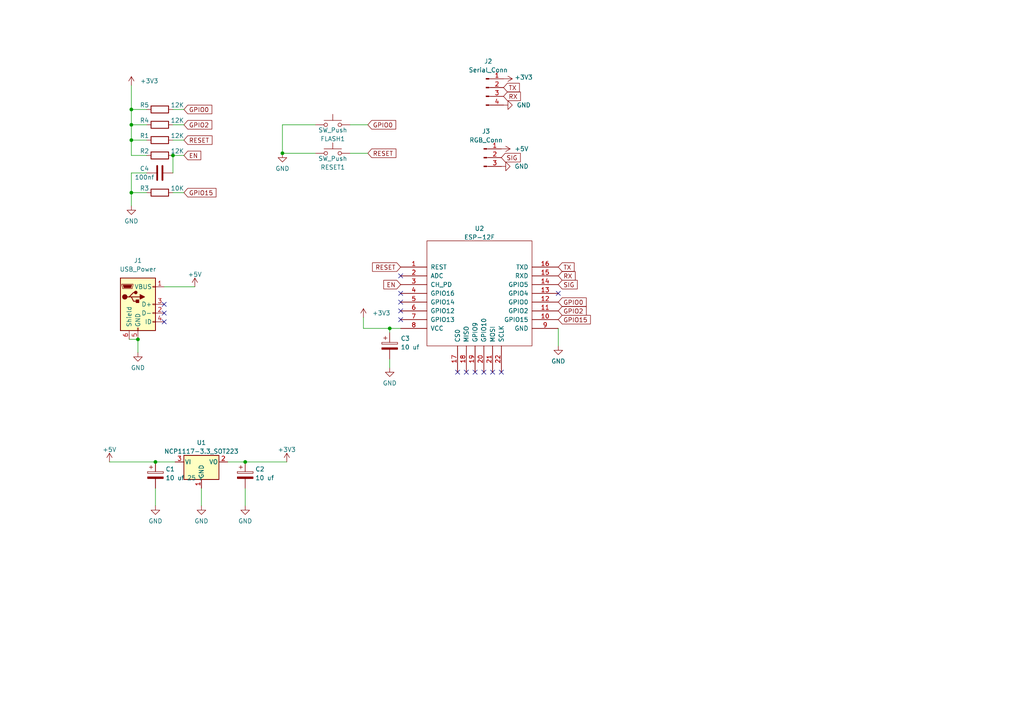
<source format=kicad_sch>
(kicad_sch (version 20211123) (generator eeschema)

  (uuid e63e39d7-6ac0-4ffd-8aa3-1841a4541b55)

  (paper "A4")

  (lib_symbols
    (symbol "Connector:Conn_01x03_Male" (pin_names (offset 1.016) hide) (in_bom yes) (on_board yes)
      (property "Reference" "J" (id 0) (at 0 5.08 0)
        (effects (font (size 1.27 1.27)))
      )
      (property "Value" "Conn_01x03_Male" (id 1) (at 0 -5.08 0)
        (effects (font (size 1.27 1.27)))
      )
      (property "Footprint" "" (id 2) (at 0 0 0)
        (effects (font (size 1.27 1.27)) hide)
      )
      (property "Datasheet" "~" (id 3) (at 0 0 0)
        (effects (font (size 1.27 1.27)) hide)
      )
      (property "ki_keywords" "connector" (id 4) (at 0 0 0)
        (effects (font (size 1.27 1.27)) hide)
      )
      (property "ki_description" "Generic connector, single row, 01x03, script generated (kicad-library-utils/schlib/autogen/connector/)" (id 5) (at 0 0 0)
        (effects (font (size 1.27 1.27)) hide)
      )
      (property "ki_fp_filters" "Connector*:*_1x??_*" (id 6) (at 0 0 0)
        (effects (font (size 1.27 1.27)) hide)
      )
      (symbol "Conn_01x03_Male_1_1"
        (polyline
          (pts
            (xy 1.27 -2.54)
            (xy 0.8636 -2.54)
          )
          (stroke (width 0.1524) (type default) (color 0 0 0 0))
          (fill (type none))
        )
        (polyline
          (pts
            (xy 1.27 0)
            (xy 0.8636 0)
          )
          (stroke (width 0.1524) (type default) (color 0 0 0 0))
          (fill (type none))
        )
        (polyline
          (pts
            (xy 1.27 2.54)
            (xy 0.8636 2.54)
          )
          (stroke (width 0.1524) (type default) (color 0 0 0 0))
          (fill (type none))
        )
        (rectangle (start 0.8636 -2.413) (end 0 -2.667)
          (stroke (width 0.1524) (type default) (color 0 0 0 0))
          (fill (type outline))
        )
        (rectangle (start 0.8636 0.127) (end 0 -0.127)
          (stroke (width 0.1524) (type default) (color 0 0 0 0))
          (fill (type outline))
        )
        (rectangle (start 0.8636 2.667) (end 0 2.413)
          (stroke (width 0.1524) (type default) (color 0 0 0 0))
          (fill (type outline))
        )
        (pin passive line (at 5.08 2.54 180) (length 3.81)
          (name "Pin_1" (effects (font (size 1.27 1.27))))
          (number "1" (effects (font (size 1.27 1.27))))
        )
        (pin passive line (at 5.08 0 180) (length 3.81)
          (name "Pin_2" (effects (font (size 1.27 1.27))))
          (number "2" (effects (font (size 1.27 1.27))))
        )
        (pin passive line (at 5.08 -2.54 180) (length 3.81)
          (name "Pin_3" (effects (font (size 1.27 1.27))))
          (number "3" (effects (font (size 1.27 1.27))))
        )
      )
    )
    (symbol "Connector:Conn_01x04_Male" (pin_names (offset 1.016) hide) (in_bom yes) (on_board yes)
      (property "Reference" "J" (id 0) (at 0 5.08 0)
        (effects (font (size 1.27 1.27)))
      )
      (property "Value" "Conn_01x04_Male" (id 1) (at 0 -7.62 0)
        (effects (font (size 1.27 1.27)))
      )
      (property "Footprint" "" (id 2) (at 0 0 0)
        (effects (font (size 1.27 1.27)) hide)
      )
      (property "Datasheet" "~" (id 3) (at 0 0 0)
        (effects (font (size 1.27 1.27)) hide)
      )
      (property "ki_keywords" "connector" (id 4) (at 0 0 0)
        (effects (font (size 1.27 1.27)) hide)
      )
      (property "ki_description" "Generic connector, single row, 01x04, script generated (kicad-library-utils/schlib/autogen/connector/)" (id 5) (at 0 0 0)
        (effects (font (size 1.27 1.27)) hide)
      )
      (property "ki_fp_filters" "Connector*:*_1x??_*" (id 6) (at 0 0 0)
        (effects (font (size 1.27 1.27)) hide)
      )
      (symbol "Conn_01x04_Male_1_1"
        (polyline
          (pts
            (xy 1.27 -5.08)
            (xy 0.8636 -5.08)
          )
          (stroke (width 0.1524) (type default) (color 0 0 0 0))
          (fill (type none))
        )
        (polyline
          (pts
            (xy 1.27 -2.54)
            (xy 0.8636 -2.54)
          )
          (stroke (width 0.1524) (type default) (color 0 0 0 0))
          (fill (type none))
        )
        (polyline
          (pts
            (xy 1.27 0)
            (xy 0.8636 0)
          )
          (stroke (width 0.1524) (type default) (color 0 0 0 0))
          (fill (type none))
        )
        (polyline
          (pts
            (xy 1.27 2.54)
            (xy 0.8636 2.54)
          )
          (stroke (width 0.1524) (type default) (color 0 0 0 0))
          (fill (type none))
        )
        (rectangle (start 0.8636 -4.953) (end 0 -5.207)
          (stroke (width 0.1524) (type default) (color 0 0 0 0))
          (fill (type outline))
        )
        (rectangle (start 0.8636 -2.413) (end 0 -2.667)
          (stroke (width 0.1524) (type default) (color 0 0 0 0))
          (fill (type outline))
        )
        (rectangle (start 0.8636 0.127) (end 0 -0.127)
          (stroke (width 0.1524) (type default) (color 0 0 0 0))
          (fill (type outline))
        )
        (rectangle (start 0.8636 2.667) (end 0 2.413)
          (stroke (width 0.1524) (type default) (color 0 0 0 0))
          (fill (type outline))
        )
        (pin passive line (at 5.08 2.54 180) (length 3.81)
          (name "Pin_1" (effects (font (size 1.27 1.27))))
          (number "1" (effects (font (size 1.27 1.27))))
        )
        (pin passive line (at 5.08 0 180) (length 3.81)
          (name "Pin_2" (effects (font (size 1.27 1.27))))
          (number "2" (effects (font (size 1.27 1.27))))
        )
        (pin passive line (at 5.08 -2.54 180) (length 3.81)
          (name "Pin_3" (effects (font (size 1.27 1.27))))
          (number "3" (effects (font (size 1.27 1.27))))
        )
        (pin passive line (at 5.08 -5.08 180) (length 3.81)
          (name "Pin_4" (effects (font (size 1.27 1.27))))
          (number "4" (effects (font (size 1.27 1.27))))
        )
      )
    )
    (symbol "Connector:USB_B_Micro" (pin_names (offset 1.016)) (in_bom yes) (on_board yes)
      (property "Reference" "J" (id 0) (at -5.08 11.43 0)
        (effects (font (size 1.27 1.27)) (justify left))
      )
      (property "Value" "USB_B_Micro" (id 1) (at -5.08 8.89 0)
        (effects (font (size 1.27 1.27)) (justify left))
      )
      (property "Footprint" "" (id 2) (at 3.81 -1.27 0)
        (effects (font (size 1.27 1.27)) hide)
      )
      (property "Datasheet" "~" (id 3) (at 3.81 -1.27 0)
        (effects (font (size 1.27 1.27)) hide)
      )
      (property "ki_keywords" "connector USB micro" (id 4) (at 0 0 0)
        (effects (font (size 1.27 1.27)) hide)
      )
      (property "ki_description" "USB Micro Type B connector" (id 5) (at 0 0 0)
        (effects (font (size 1.27 1.27)) hide)
      )
      (property "ki_fp_filters" "USB*" (id 6) (at 0 0 0)
        (effects (font (size 1.27 1.27)) hide)
      )
      (symbol "USB_B_Micro_0_1"
        (rectangle (start -5.08 -7.62) (end 5.08 7.62)
          (stroke (width 0.254) (type default) (color 0 0 0 0))
          (fill (type background))
        )
        (circle (center -3.81 2.159) (radius 0.635)
          (stroke (width 0.254) (type default) (color 0 0 0 0))
          (fill (type outline))
        )
        (circle (center -0.635 3.429) (radius 0.381)
          (stroke (width 0.254) (type default) (color 0 0 0 0))
          (fill (type outline))
        )
        (rectangle (start -0.127 -7.62) (end 0.127 -6.858)
          (stroke (width 0) (type default) (color 0 0 0 0))
          (fill (type none))
        )
        (polyline
          (pts
            (xy -1.905 2.159)
            (xy 0.635 2.159)
          )
          (stroke (width 0.254) (type default) (color 0 0 0 0))
          (fill (type none))
        )
        (polyline
          (pts
            (xy -3.175 2.159)
            (xy -2.54 2.159)
            (xy -1.27 3.429)
            (xy -0.635 3.429)
          )
          (stroke (width 0.254) (type default) (color 0 0 0 0))
          (fill (type none))
        )
        (polyline
          (pts
            (xy -2.54 2.159)
            (xy -1.905 2.159)
            (xy -1.27 0.889)
            (xy 0 0.889)
          )
          (stroke (width 0.254) (type default) (color 0 0 0 0))
          (fill (type none))
        )
        (polyline
          (pts
            (xy 0.635 2.794)
            (xy 0.635 1.524)
            (xy 1.905 2.159)
            (xy 0.635 2.794)
          )
          (stroke (width 0.254) (type default) (color 0 0 0 0))
          (fill (type outline))
        )
        (polyline
          (pts
            (xy -4.318 5.588)
            (xy -1.778 5.588)
            (xy -2.032 4.826)
            (xy -4.064 4.826)
            (xy -4.318 5.588)
          )
          (stroke (width 0) (type default) (color 0 0 0 0))
          (fill (type outline))
        )
        (polyline
          (pts
            (xy -4.699 5.842)
            (xy -4.699 5.588)
            (xy -4.445 4.826)
            (xy -4.445 4.572)
            (xy -1.651 4.572)
            (xy -1.651 4.826)
            (xy -1.397 5.588)
            (xy -1.397 5.842)
            (xy -4.699 5.842)
          )
          (stroke (width 0) (type default) (color 0 0 0 0))
          (fill (type none))
        )
        (rectangle (start 0.254 1.27) (end -0.508 0.508)
          (stroke (width 0.254) (type default) (color 0 0 0 0))
          (fill (type outline))
        )
        (rectangle (start 5.08 -5.207) (end 4.318 -4.953)
          (stroke (width 0) (type default) (color 0 0 0 0))
          (fill (type none))
        )
        (rectangle (start 5.08 -2.667) (end 4.318 -2.413)
          (stroke (width 0) (type default) (color 0 0 0 0))
          (fill (type none))
        )
        (rectangle (start 5.08 -0.127) (end 4.318 0.127)
          (stroke (width 0) (type default) (color 0 0 0 0))
          (fill (type none))
        )
        (rectangle (start 5.08 4.953) (end 4.318 5.207)
          (stroke (width 0) (type default) (color 0 0 0 0))
          (fill (type none))
        )
      )
      (symbol "USB_B_Micro_1_1"
        (pin power_out line (at 7.62 5.08 180) (length 2.54)
          (name "VBUS" (effects (font (size 1.27 1.27))))
          (number "1" (effects (font (size 1.27 1.27))))
        )
        (pin bidirectional line (at 7.62 -2.54 180) (length 2.54)
          (name "D-" (effects (font (size 1.27 1.27))))
          (number "2" (effects (font (size 1.27 1.27))))
        )
        (pin bidirectional line (at 7.62 0 180) (length 2.54)
          (name "D+" (effects (font (size 1.27 1.27))))
          (number "3" (effects (font (size 1.27 1.27))))
        )
        (pin passive line (at 7.62 -5.08 180) (length 2.54)
          (name "ID" (effects (font (size 1.27 1.27))))
          (number "4" (effects (font (size 1.27 1.27))))
        )
        (pin power_out line (at 0 -10.16 90) (length 2.54)
          (name "GND" (effects (font (size 1.27 1.27))))
          (number "5" (effects (font (size 1.27 1.27))))
        )
        (pin passive line (at -2.54 -10.16 90) (length 2.54)
          (name "Shield" (effects (font (size 1.27 1.27))))
          (number "6" (effects (font (size 1.27 1.27))))
        )
      )
    )
    (symbol "Device:C" (pin_numbers hide) (pin_names (offset 0.254)) (in_bom yes) (on_board yes)
      (property "Reference" "C" (id 0) (at 0.635 2.54 0)
        (effects (font (size 1.27 1.27)) (justify left))
      )
      (property "Value" "C" (id 1) (at 0.635 -2.54 0)
        (effects (font (size 1.27 1.27)) (justify left))
      )
      (property "Footprint" "" (id 2) (at 0.9652 -3.81 0)
        (effects (font (size 1.27 1.27)) hide)
      )
      (property "Datasheet" "~" (id 3) (at 0 0 0)
        (effects (font (size 1.27 1.27)) hide)
      )
      (property "ki_keywords" "cap capacitor" (id 4) (at 0 0 0)
        (effects (font (size 1.27 1.27)) hide)
      )
      (property "ki_description" "Unpolarized capacitor" (id 5) (at 0 0 0)
        (effects (font (size 1.27 1.27)) hide)
      )
      (property "ki_fp_filters" "C_*" (id 6) (at 0 0 0)
        (effects (font (size 1.27 1.27)) hide)
      )
      (symbol "C_0_1"
        (polyline
          (pts
            (xy -2.032 -0.762)
            (xy 2.032 -0.762)
          )
          (stroke (width 0.508) (type default) (color 0 0 0 0))
          (fill (type none))
        )
        (polyline
          (pts
            (xy -2.032 0.762)
            (xy 2.032 0.762)
          )
          (stroke (width 0.508) (type default) (color 0 0 0 0))
          (fill (type none))
        )
      )
      (symbol "C_1_1"
        (pin passive line (at 0 3.81 270) (length 2.794)
          (name "~" (effects (font (size 1.27 1.27))))
          (number "1" (effects (font (size 1.27 1.27))))
        )
        (pin passive line (at 0 -3.81 90) (length 2.794)
          (name "~" (effects (font (size 1.27 1.27))))
          (number "2" (effects (font (size 1.27 1.27))))
        )
      )
    )
    (symbol "Device:C_Polarized" (pin_numbers hide) (pin_names (offset 0.254)) (in_bom yes) (on_board yes)
      (property "Reference" "C" (id 0) (at 0.635 2.54 0)
        (effects (font (size 1.27 1.27)) (justify left))
      )
      (property "Value" "C_Polarized" (id 1) (at 0.635 -2.54 0)
        (effects (font (size 1.27 1.27)) (justify left))
      )
      (property "Footprint" "" (id 2) (at 0.9652 -3.81 0)
        (effects (font (size 1.27 1.27)) hide)
      )
      (property "Datasheet" "~" (id 3) (at 0 0 0)
        (effects (font (size 1.27 1.27)) hide)
      )
      (property "ki_keywords" "cap capacitor" (id 4) (at 0 0 0)
        (effects (font (size 1.27 1.27)) hide)
      )
      (property "ki_description" "Polarized capacitor" (id 5) (at 0 0 0)
        (effects (font (size 1.27 1.27)) hide)
      )
      (property "ki_fp_filters" "CP_*" (id 6) (at 0 0 0)
        (effects (font (size 1.27 1.27)) hide)
      )
      (symbol "C_Polarized_0_1"
        (rectangle (start -2.286 0.508) (end 2.286 1.016)
          (stroke (width 0) (type default) (color 0 0 0 0))
          (fill (type none))
        )
        (polyline
          (pts
            (xy -1.778 2.286)
            (xy -0.762 2.286)
          )
          (stroke (width 0) (type default) (color 0 0 0 0))
          (fill (type none))
        )
        (polyline
          (pts
            (xy -1.27 2.794)
            (xy -1.27 1.778)
          )
          (stroke (width 0) (type default) (color 0 0 0 0))
          (fill (type none))
        )
        (rectangle (start 2.286 -0.508) (end -2.286 -1.016)
          (stroke (width 0) (type default) (color 0 0 0 0))
          (fill (type outline))
        )
      )
      (symbol "C_Polarized_1_1"
        (pin passive line (at 0 3.81 270) (length 2.794)
          (name "~" (effects (font (size 1.27 1.27))))
          (number "1" (effects (font (size 1.27 1.27))))
        )
        (pin passive line (at 0 -3.81 90) (length 2.794)
          (name "~" (effects (font (size 1.27 1.27))))
          (number "2" (effects (font (size 1.27 1.27))))
        )
      )
    )
    (symbol "Device:R" (pin_numbers hide) (pin_names (offset 0)) (in_bom yes) (on_board yes)
      (property "Reference" "R" (id 0) (at 2.032 0 90)
        (effects (font (size 1.27 1.27)))
      )
      (property "Value" "R" (id 1) (at 0 0 90)
        (effects (font (size 1.27 1.27)))
      )
      (property "Footprint" "" (id 2) (at -1.778 0 90)
        (effects (font (size 1.27 1.27)) hide)
      )
      (property "Datasheet" "~" (id 3) (at 0 0 0)
        (effects (font (size 1.27 1.27)) hide)
      )
      (property "ki_keywords" "R res resistor" (id 4) (at 0 0 0)
        (effects (font (size 1.27 1.27)) hide)
      )
      (property "ki_description" "Resistor" (id 5) (at 0 0 0)
        (effects (font (size 1.27 1.27)) hide)
      )
      (property "ki_fp_filters" "R_*" (id 6) (at 0 0 0)
        (effects (font (size 1.27 1.27)) hide)
      )
      (symbol "R_0_1"
        (rectangle (start -1.016 -2.54) (end 1.016 2.54)
          (stroke (width 0.254) (type default) (color 0 0 0 0))
          (fill (type none))
        )
      )
      (symbol "R_1_1"
        (pin passive line (at 0 3.81 270) (length 1.27)
          (name "~" (effects (font (size 1.27 1.27))))
          (number "1" (effects (font (size 1.27 1.27))))
        )
        (pin passive line (at 0 -3.81 90) (length 1.27)
          (name "~" (effects (font (size 1.27 1.27))))
          (number "2" (effects (font (size 1.27 1.27))))
        )
      )
    )
    (symbol "ESP8266:ESP-12F" (pin_names (offset 1.016)) (in_bom yes) (on_board yes)
      (property "Reference" "U" (id 0) (at 0 -2.54 0)
        (effects (font (size 1.27 1.27)))
      )
      (property "Value" "ESP-12F" (id 1) (at 0 2.54 0)
        (effects (font (size 1.27 1.27)))
      )
      (property "Footprint" "" (id 2) (at 0 0 0)
        (effects (font (size 1.27 1.27)) hide)
      )
      (property "Datasheet" "http://l0l.org.uk/2014/12/esp8266-modules-hardware-guide-gotta-catch-em-all/" (id 3) (at 0 0 0)
        (effects (font (size 1.27 1.27)) hide)
      )
      (property "ki_keywords" "MODULE ESP8266 ESP-8266" (id 4) (at 0 0 0)
        (effects (font (size 1.27 1.27)) hide)
      )
      (property "ki_description" "ESP8266 ESP-12E module, 22 pins, 2mm, PCB antenna" (id 5) (at 0 0 0)
        (effects (font (size 1.27 1.27)) hide)
      )
      (property "ki_fp_filters" "ESP-12E ESP-12E_SMD" (id 6) (at 0 0 0)
        (effects (font (size 1.27 1.27)) hide)
      )
      (symbol "ESP-12F_1_0"
        (rectangle (start -15.24 -15.24) (end 15.24 15.24)
          (stroke (width 0) (type default) (color 0 0 0 0))
          (fill (type none))
        )
      )
      (symbol "ESP-12F_1_1"
        (pin input line (at -22.86 7.62 0) (length 7.62)
          (name "REST" (effects (font (size 1.27 1.27))))
          (number "1" (effects (font (size 1.27 1.27))))
        )
        (pin bidirectional line (at 22.86 -7.62 180) (length 7.62)
          (name "GPIO15" (effects (font (size 1.27 1.27))))
          (number "10" (effects (font (size 1.27 1.27))))
        )
        (pin bidirectional line (at 22.86 -5.08 180) (length 7.62)
          (name "GPIO2" (effects (font (size 1.27 1.27))))
          (number "11" (effects (font (size 1.27 1.27))))
        )
        (pin bidirectional line (at 22.86 -2.54 180) (length 7.62)
          (name "GPIO0" (effects (font (size 1.27 1.27))))
          (number "12" (effects (font (size 1.27 1.27))))
        )
        (pin bidirectional line (at 22.86 0 180) (length 7.62)
          (name "GPIO4" (effects (font (size 1.27 1.27))))
          (number "13" (effects (font (size 1.27 1.27))))
        )
        (pin bidirectional line (at 22.86 2.54 180) (length 7.62)
          (name "GPIO5" (effects (font (size 1.27 1.27))))
          (number "14" (effects (font (size 1.27 1.27))))
        )
        (pin input line (at 22.86 5.08 180) (length 7.62)
          (name "RXD" (effects (font (size 1.27 1.27))))
          (number "15" (effects (font (size 1.27 1.27))))
        )
        (pin output line (at 22.86 7.62 180) (length 7.62)
          (name "TXD" (effects (font (size 1.27 1.27))))
          (number "16" (effects (font (size 1.27 1.27))))
        )
        (pin bidirectional line (at -6.35 -22.86 90) (length 7.62)
          (name "CS0" (effects (font (size 1.27 1.27))))
          (number "17" (effects (font (size 1.27 1.27))))
        )
        (pin bidirectional line (at -3.81 -22.86 90) (length 7.62)
          (name "MISO" (effects (font (size 1.27 1.27))))
          (number "18" (effects (font (size 1.27 1.27))))
        )
        (pin bidirectional line (at -1.27 -22.86 90) (length 7.62)
          (name "GPIO9" (effects (font (size 1.27 1.27))))
          (number "19" (effects (font (size 1.27 1.27))))
        )
        (pin passive line (at -22.86 5.08 0) (length 7.62)
          (name "ADC" (effects (font (size 1.27 1.27))))
          (number "2" (effects (font (size 1.27 1.27))))
        )
        (pin bidirectional line (at 1.27 -22.86 90) (length 7.62)
          (name "GPIO10" (effects (font (size 1.27 1.27))))
          (number "20" (effects (font (size 1.27 1.27))))
        )
        (pin bidirectional line (at 3.81 -22.86 90) (length 7.62)
          (name "MOSI" (effects (font (size 1.27 1.27))))
          (number "21" (effects (font (size 1.27 1.27))))
        )
        (pin bidirectional line (at 6.35 -22.86 90) (length 7.62)
          (name "SCLK" (effects (font (size 1.27 1.27))))
          (number "22" (effects (font (size 1.27 1.27))))
        )
        (pin input line (at -22.86 2.54 0) (length 7.62)
          (name "CH_PD" (effects (font (size 1.27 1.27))))
          (number "3" (effects (font (size 1.27 1.27))))
        )
        (pin bidirectional line (at -22.86 0 0) (length 7.62)
          (name "GPIO16" (effects (font (size 1.27 1.27))))
          (number "4" (effects (font (size 1.27 1.27))))
        )
        (pin bidirectional line (at -22.86 -2.54 0) (length 7.62)
          (name "GPIO14" (effects (font (size 1.27 1.27))))
          (number "5" (effects (font (size 1.27 1.27))))
        )
        (pin bidirectional line (at -22.86 -5.08 0) (length 7.62)
          (name "GPIO12" (effects (font (size 1.27 1.27))))
          (number "6" (effects (font (size 1.27 1.27))))
        )
        (pin bidirectional line (at -22.86 -7.62 0) (length 7.62)
          (name "GPIO13" (effects (font (size 1.27 1.27))))
          (number "7" (effects (font (size 1.27 1.27))))
        )
        (pin power_in line (at -22.86 -10.16 0) (length 7.62)
          (name "VCC" (effects (font (size 1.27 1.27))))
          (number "8" (effects (font (size 1.27 1.27))))
        )
        (pin power_in line (at 22.86 -10.16 180) (length 7.62)
          (name "GND" (effects (font (size 1.27 1.27))))
          (number "9" (effects (font (size 1.27 1.27))))
        )
      )
    )
    (symbol "Regulator_Linear:NCP1117-3.3_SOT223" (pin_names (offset 0.254)) (in_bom yes) (on_board yes)
      (property "Reference" "U" (id 0) (at -3.81 3.175 0)
        (effects (font (size 1.27 1.27)))
      )
      (property "Value" "NCP1117-3.3_SOT223" (id 1) (at 0 3.175 0)
        (effects (font (size 1.27 1.27)) (justify left))
      )
      (property "Footprint" "Package_TO_SOT_SMD:SOT-223-3_TabPin2" (id 2) (at 0 5.08 0)
        (effects (font (size 1.27 1.27)) hide)
      )
      (property "Datasheet" "http://www.onsemi.com/pub_link/Collateral/NCP1117-D.PDF" (id 3) (at 2.54 -6.35 0)
        (effects (font (size 1.27 1.27)) hide)
      )
      (property "ki_keywords" "REGULATOR LDO 3.3V" (id 4) (at 0 0 0)
        (effects (font (size 1.27 1.27)) hide)
      )
      (property "ki_description" "1A Low drop-out regulator, Fixed Output 3.3V, SOT-223" (id 5) (at 0 0 0)
        (effects (font (size 1.27 1.27)) hide)
      )
      (property "ki_fp_filters" "SOT?223*TabPin2*" (id 6) (at 0 0 0)
        (effects (font (size 1.27 1.27)) hide)
      )
      (symbol "NCP1117-3.3_SOT223_0_1"
        (rectangle (start -5.08 -5.08) (end 5.08 1.905)
          (stroke (width 0.254) (type default) (color 0 0 0 0))
          (fill (type background))
        )
      )
      (symbol "NCP1117-3.3_SOT223_1_1"
        (pin power_in line (at 0 -7.62 90) (length 2.54)
          (name "GND" (effects (font (size 1.27 1.27))))
          (number "1" (effects (font (size 1.27 1.27))))
        )
        (pin power_out line (at 7.62 0 180) (length 2.54)
          (name "VO" (effects (font (size 1.27 1.27))))
          (number "2" (effects (font (size 1.27 1.27))))
        )
        (pin power_in line (at -7.62 0 0) (length 2.54)
          (name "VI" (effects (font (size 1.27 1.27))))
          (number "3" (effects (font (size 1.27 1.27))))
        )
      )
    )
    (symbol "Switch:SW_Push" (pin_numbers hide) (pin_names (offset 1.016) hide) (in_bom yes) (on_board yes)
      (property "Reference" "SW" (id 0) (at 1.27 2.54 0)
        (effects (font (size 1.27 1.27)) (justify left))
      )
      (property "Value" "SW_Push" (id 1) (at 0 -1.524 0)
        (effects (font (size 1.27 1.27)))
      )
      (property "Footprint" "" (id 2) (at 0 5.08 0)
        (effects (font (size 1.27 1.27)) hide)
      )
      (property "Datasheet" "~" (id 3) (at 0 5.08 0)
        (effects (font (size 1.27 1.27)) hide)
      )
      (property "ki_keywords" "switch normally-open pushbutton push-button" (id 4) (at 0 0 0)
        (effects (font (size 1.27 1.27)) hide)
      )
      (property "ki_description" "Push button switch, generic, two pins" (id 5) (at 0 0 0)
        (effects (font (size 1.27 1.27)) hide)
      )
      (symbol "SW_Push_0_1"
        (circle (center -2.032 0) (radius 0.508)
          (stroke (width 0) (type default) (color 0 0 0 0))
          (fill (type none))
        )
        (polyline
          (pts
            (xy 0 1.27)
            (xy 0 3.048)
          )
          (stroke (width 0) (type default) (color 0 0 0 0))
          (fill (type none))
        )
        (polyline
          (pts
            (xy 2.54 1.27)
            (xy -2.54 1.27)
          )
          (stroke (width 0) (type default) (color 0 0 0 0))
          (fill (type none))
        )
        (circle (center 2.032 0) (radius 0.508)
          (stroke (width 0) (type default) (color 0 0 0 0))
          (fill (type none))
        )
        (pin passive line (at -5.08 0 0) (length 2.54)
          (name "1" (effects (font (size 1.27 1.27))))
          (number "1" (effects (font (size 1.27 1.27))))
        )
        (pin passive line (at 5.08 0 180) (length 2.54)
          (name "2" (effects (font (size 1.27 1.27))))
          (number "2" (effects (font (size 1.27 1.27))))
        )
      )
    )
    (symbol "power:+3V3" (power) (pin_names (offset 0)) (in_bom yes) (on_board yes)
      (property "Reference" "#PWR" (id 0) (at 0 -3.81 0)
        (effects (font (size 1.27 1.27)) hide)
      )
      (property "Value" "+3V3" (id 1) (at 0 3.556 0)
        (effects (font (size 1.27 1.27)))
      )
      (property "Footprint" "" (id 2) (at 0 0 0)
        (effects (font (size 1.27 1.27)) hide)
      )
      (property "Datasheet" "" (id 3) (at 0 0 0)
        (effects (font (size 1.27 1.27)) hide)
      )
      (property "ki_keywords" "power-flag" (id 4) (at 0 0 0)
        (effects (font (size 1.27 1.27)) hide)
      )
      (property "ki_description" "Power symbol creates a global label with name \"+3V3\"" (id 5) (at 0 0 0)
        (effects (font (size 1.27 1.27)) hide)
      )
      (symbol "+3V3_0_1"
        (polyline
          (pts
            (xy -0.762 1.27)
            (xy 0 2.54)
          )
          (stroke (width 0) (type default) (color 0 0 0 0))
          (fill (type none))
        )
        (polyline
          (pts
            (xy 0 0)
            (xy 0 2.54)
          )
          (stroke (width 0) (type default) (color 0 0 0 0))
          (fill (type none))
        )
        (polyline
          (pts
            (xy 0 2.54)
            (xy 0.762 1.27)
          )
          (stroke (width 0) (type default) (color 0 0 0 0))
          (fill (type none))
        )
      )
      (symbol "+3V3_1_1"
        (pin power_in line (at 0 0 90) (length 0) hide
          (name "+3V3" (effects (font (size 1.27 1.27))))
          (number "1" (effects (font (size 1.27 1.27))))
        )
      )
    )
    (symbol "power:+5V" (power) (pin_names (offset 0)) (in_bom yes) (on_board yes)
      (property "Reference" "#PWR" (id 0) (at 0 -3.81 0)
        (effects (font (size 1.27 1.27)) hide)
      )
      (property "Value" "+5V" (id 1) (at 0 3.556 0)
        (effects (font (size 1.27 1.27)))
      )
      (property "Footprint" "" (id 2) (at 0 0 0)
        (effects (font (size 1.27 1.27)) hide)
      )
      (property "Datasheet" "" (id 3) (at 0 0 0)
        (effects (font (size 1.27 1.27)) hide)
      )
      (property "ki_keywords" "power-flag" (id 4) (at 0 0 0)
        (effects (font (size 1.27 1.27)) hide)
      )
      (property "ki_description" "Power symbol creates a global label with name \"+5V\"" (id 5) (at 0 0 0)
        (effects (font (size 1.27 1.27)) hide)
      )
      (symbol "+5V_0_1"
        (polyline
          (pts
            (xy -0.762 1.27)
            (xy 0 2.54)
          )
          (stroke (width 0) (type default) (color 0 0 0 0))
          (fill (type none))
        )
        (polyline
          (pts
            (xy 0 0)
            (xy 0 2.54)
          )
          (stroke (width 0) (type default) (color 0 0 0 0))
          (fill (type none))
        )
        (polyline
          (pts
            (xy 0 2.54)
            (xy 0.762 1.27)
          )
          (stroke (width 0) (type default) (color 0 0 0 0))
          (fill (type none))
        )
      )
      (symbol "+5V_1_1"
        (pin power_in line (at 0 0 90) (length 0) hide
          (name "+5V" (effects (font (size 1.27 1.27))))
          (number "1" (effects (font (size 1.27 1.27))))
        )
      )
    )
    (symbol "power:GND" (power) (pin_names (offset 0)) (in_bom yes) (on_board yes)
      (property "Reference" "#PWR" (id 0) (at 0 -6.35 0)
        (effects (font (size 1.27 1.27)) hide)
      )
      (property "Value" "GND" (id 1) (at 0 -3.81 0)
        (effects (font (size 1.27 1.27)))
      )
      (property "Footprint" "" (id 2) (at 0 0 0)
        (effects (font (size 1.27 1.27)) hide)
      )
      (property "Datasheet" "" (id 3) (at 0 0 0)
        (effects (font (size 1.27 1.27)) hide)
      )
      (property "ki_keywords" "power-flag" (id 4) (at 0 0 0)
        (effects (font (size 1.27 1.27)) hide)
      )
      (property "ki_description" "Power symbol creates a global label with name \"GND\" , ground" (id 5) (at 0 0 0)
        (effects (font (size 1.27 1.27)) hide)
      )
      (symbol "GND_0_1"
        (polyline
          (pts
            (xy 0 0)
            (xy 0 -1.27)
            (xy 1.27 -1.27)
            (xy 0 -2.54)
            (xy -1.27 -1.27)
            (xy 0 -1.27)
          )
          (stroke (width 0) (type default) (color 0 0 0 0))
          (fill (type none))
        )
      )
      (symbol "GND_1_1"
        (pin power_in line (at 0 0 270) (length 0) hide
          (name "GND" (effects (font (size 1.27 1.27))))
          (number "1" (effects (font (size 1.27 1.27))))
        )
      )
    )
  )

  (junction (at 38.1 36.195) (diameter 0) (color 0 0 0 0)
    (uuid 100ea5ae-412d-464a-931c-b34240122299)
  )
  (junction (at 50.165 45.085) (diameter 0) (color 0 0 0 0)
    (uuid 2e8c25c6-bee9-41a5-bd96-885ed98d060e)
  )
  (junction (at 40.005 98.425) (diameter 0) (color 0 0 0 0)
    (uuid 427206f2-fb0a-40c6-80a7-1742b44bec84)
  )
  (junction (at 45.085 133.985) (diameter 0) (color 0 0 0 0)
    (uuid 592240be-02bc-4415-baf0-a6141448aa43)
  )
  (junction (at 71.12 133.985) (diameter 0) (color 0 0 0 0)
    (uuid 598c3ffc-eafe-4976-bcee-eba75453f429)
  )
  (junction (at 81.915 44.45) (diameter 0) (color 0 0 0 0)
    (uuid 616cddaa-6dae-43ff-8346-5d67aa7ebccf)
  )
  (junction (at 38.1 55.88) (diameter 0) (color 0 0 0 0)
    (uuid 7e2da629-576f-4817-91e5-578843f05003)
  )
  (junction (at 38.1 31.75) (diameter 0) (color 0 0 0 0)
    (uuid c47c0217-c6ff-469a-b064-562c7ad79e2c)
  )
  (junction (at 38.1 40.64) (diameter 0) (color 0 0 0 0)
    (uuid d2930e69-b557-4a45-993c-ea55a86b052e)
  )
  (junction (at 113.03 95.25) (diameter 0) (color 0 0 0 0)
    (uuid f8be8264-38ef-4f84-9af1-21e49230a8b0)
  )

  (no_connect (at 47.625 90.805) (uuid 540002dc-3e78-489a-9f87-765310dfa9ba))
  (no_connect (at 47.625 88.265) (uuid 540002dc-3e78-489a-9f87-765310dfa9bb))
  (no_connect (at 47.625 93.345) (uuid ae4a69c5-495e-4b70-8161-b74f57eb6a18))
  (no_connect (at 116.205 92.71) (uuid ecb6d086-bf5e-4dc0-83b8-55f9d45222f5))
  (no_connect (at 116.205 90.17) (uuid ecb6d086-bf5e-4dc0-83b8-55f9d45222f6))
  (no_connect (at 137.795 107.95) (uuid ecb6d086-bf5e-4dc0-83b8-55f9d45222f7))
  (no_connect (at 135.255 107.95) (uuid ecb6d086-bf5e-4dc0-83b8-55f9d45222f8))
  (no_connect (at 132.715 107.95) (uuid ecb6d086-bf5e-4dc0-83b8-55f9d45222f9))
  (no_connect (at 145.415 107.95) (uuid ecb6d086-bf5e-4dc0-83b8-55f9d45222fa))
  (no_connect (at 142.875 107.95) (uuid ecb6d086-bf5e-4dc0-83b8-55f9d45222fb))
  (no_connect (at 140.335 107.95) (uuid ecb6d086-bf5e-4dc0-83b8-55f9d45222fc))
  (no_connect (at 161.925 85.09) (uuid ecb6d086-bf5e-4dc0-83b8-55f9d45222fd))
  (no_connect (at 116.205 87.63) (uuid ecb6d086-bf5e-4dc0-83b8-55f9d45222fe))
  (no_connect (at 116.205 85.09) (uuid ecb6d086-bf5e-4dc0-83b8-55f9d45222ff))
  (no_connect (at 116.205 80.01) (uuid ecb6d086-bf5e-4dc0-83b8-55f9d4522300))

  (wire (pts (xy 45.085 133.985) (xy 50.8 133.985))
    (stroke (width 0) (type default) (color 0 0 0 0))
    (uuid 012ede6f-7862-4804-b89f-f5354bd7b872)
  )
  (wire (pts (xy 50.165 45.085) (xy 53.34 45.085))
    (stroke (width 0) (type default) (color 0 0 0 0))
    (uuid 060b517a-a3c6-41ca-bfbb-9f2fdbd51fa1)
  )
  (wire (pts (xy 66.04 133.985) (xy 71.12 133.985))
    (stroke (width 0) (type default) (color 0 0 0 0))
    (uuid 07a812d7-6fc2-44ce-976b-6fbc446a3d4f)
  )
  (wire (pts (xy 113.03 95.25) (xy 116.205 95.25))
    (stroke (width 0) (type default) (color 0 0 0 0))
    (uuid 08464afc-5d97-4075-ad8f-fc68935faef6)
  )
  (wire (pts (xy 47.625 83.185) (xy 56.515 83.185))
    (stroke (width 0) (type default) (color 0 0 0 0))
    (uuid 13302767-bc4e-4977-94ac-2759fc9bdef0)
  )
  (wire (pts (xy 31.75 133.985) (xy 45.085 133.985))
    (stroke (width 0) (type default) (color 0 0 0 0))
    (uuid 19f6d133-2f0b-4137-ac59-92a2734fc7b7)
  )
  (wire (pts (xy 91.44 36.195) (xy 81.915 36.195))
    (stroke (width 0) (type default) (color 0 0 0 0))
    (uuid 258d1486-aeff-4d9f-bb97-d2d9dfab0758)
  )
  (wire (pts (xy 50.165 31.75) (xy 53.34 31.75))
    (stroke (width 0) (type default) (color 0 0 0 0))
    (uuid 26e27f85-d885-4547-9824-020bd25370e2)
  )
  (wire (pts (xy 42.545 40.64) (xy 38.1 40.64))
    (stroke (width 0) (type default) (color 0 0 0 0))
    (uuid 29014058-01f7-4c4b-aeac-5a91fb9fbdb1)
  )
  (wire (pts (xy 58.42 141.605) (xy 58.42 146.685))
    (stroke (width 0) (type default) (color 0 0 0 0))
    (uuid 33a1f87d-af04-431f-8a62-03aa199b558a)
  )
  (wire (pts (xy 50.165 55.88) (xy 53.34 55.88))
    (stroke (width 0) (type default) (color 0 0 0 0))
    (uuid 3747af98-f9af-431b-96c4-7deba627209c)
  )
  (wire (pts (xy 101.6 36.195) (xy 106.68 36.195))
    (stroke (width 0) (type default) (color 0 0 0 0))
    (uuid 386a4b7f-3f50-4378-bbee-9a8f7835c8c0)
  )
  (wire (pts (xy 81.915 36.195) (xy 81.915 44.45))
    (stroke (width 0) (type default) (color 0 0 0 0))
    (uuid 3da9b876-55e0-440e-8ad4-74efac4af6e7)
  )
  (wire (pts (xy 101.6 44.45) (xy 106.68 44.45))
    (stroke (width 0) (type default) (color 0 0 0 0))
    (uuid 42c93f3a-f316-4852-8191-193f85dd5d3f)
  )
  (wire (pts (xy 50.165 36.195) (xy 53.34 36.195))
    (stroke (width 0) (type default) (color 0 0 0 0))
    (uuid 43c8f8f5-e295-4812-a7d2-3afb1059d562)
  )
  (wire (pts (xy 113.03 104.14) (xy 113.03 106.68))
    (stroke (width 0) (type default) (color 0 0 0 0))
    (uuid 510fe9fc-1aec-416c-a6e5-bb655eb517b3)
  )
  (wire (pts (xy 113.03 95.25) (xy 113.03 96.52))
    (stroke (width 0) (type default) (color 0 0 0 0))
    (uuid 58fe261c-ab0b-48ad-87e9-532cccf7ca0c)
  )
  (wire (pts (xy 42.545 50.165) (xy 38.1 50.165))
    (stroke (width 0) (type default) (color 0 0 0 0))
    (uuid 5ee9ae61-4d2b-454b-a6a7-7494c474c0a0)
  )
  (wire (pts (xy 50.165 45.085) (xy 50.165 50.165))
    (stroke (width 0) (type default) (color 0 0 0 0))
    (uuid 627c5b32-9d87-4468-9233-27d3f5295c9a)
  )
  (wire (pts (xy 38.1 36.195) (xy 42.545 36.195))
    (stroke (width 0) (type default) (color 0 0 0 0))
    (uuid 679fd220-7577-4efb-8068-35f040c26df5)
  )
  (wire (pts (xy 38.1 40.64) (xy 38.1 36.195))
    (stroke (width 0) (type default) (color 0 0 0 0))
    (uuid 68a256c4-a105-4b9f-b6fb-a41af414eabc)
  )
  (wire (pts (xy 45.085 141.605) (xy 45.085 146.685))
    (stroke (width 0) (type default) (color 0 0 0 0))
    (uuid 6ae08907-107f-4ccc-b7a7-6d149b0fe513)
  )
  (wire (pts (xy 50.165 40.64) (xy 53.34 40.64))
    (stroke (width 0) (type default) (color 0 0 0 0))
    (uuid 74913a0d-c379-4831-8483-11400a2680aa)
  )
  (wire (pts (xy 38.1 45.085) (xy 38.1 40.64))
    (stroke (width 0) (type default) (color 0 0 0 0))
    (uuid 7c58de6a-d0d5-448e-853b-ec1c02a13ea8)
  )
  (wire (pts (xy 38.1 55.88) (xy 42.545 55.88))
    (stroke (width 0) (type default) (color 0 0 0 0))
    (uuid 838c370b-2a86-4aef-9f01-40b8800088ba)
  )
  (wire (pts (xy 37.465 98.425) (xy 40.005 98.425))
    (stroke (width 0) (type default) (color 0 0 0 0))
    (uuid 8eef402a-75a7-43dc-a127-660f9eb94884)
  )
  (wire (pts (xy 40.005 98.425) (xy 40.005 102.235))
    (stroke (width 0) (type default) (color 0 0 0 0))
    (uuid a8da4e56-c4a9-4c9e-ae85-600fc4d1757b)
  )
  (wire (pts (xy 161.925 95.25) (xy 161.925 100.33))
    (stroke (width 0) (type default) (color 0 0 0 0))
    (uuid b1110c7b-c303-4952-abed-e535203d091f)
  )
  (wire (pts (xy 81.915 44.45) (xy 91.44 44.45))
    (stroke (width 0) (type default) (color 0 0 0 0))
    (uuid b79d1977-a21d-4715-95a5-4978b8022cb0)
  )
  (wire (pts (xy 38.1 36.195) (xy 38.1 31.75))
    (stroke (width 0) (type default) (color 0 0 0 0))
    (uuid bdb6fe71-0d4f-4436-83e4-c6e93742f5c5)
  )
  (wire (pts (xy 42.545 45.085) (xy 38.1 45.085))
    (stroke (width 0) (type default) (color 0 0 0 0))
    (uuid c755db4a-97be-4c69-ad3b-3ac51d3532b6)
  )
  (wire (pts (xy 38.1 31.75) (xy 38.1 24.765))
    (stroke (width 0) (type default) (color 0 0 0 0))
    (uuid c83e1775-ca1c-42c2-83b5-5d053d29a776)
  )
  (wire (pts (xy 38.1 50.165) (xy 38.1 55.88))
    (stroke (width 0) (type default) (color 0 0 0 0))
    (uuid ce6f5299-68ac-463d-a64d-868eb836bdb6)
  )
  (wire (pts (xy 113.03 95.25) (xy 105.41 95.25))
    (stroke (width 0) (type default) (color 0 0 0 0))
    (uuid d387cefd-38f2-4538-9680-6198ebf2ace5)
  )
  (wire (pts (xy 71.12 141.605) (xy 71.12 146.685))
    (stroke (width 0) (type default) (color 0 0 0 0))
    (uuid d8d3d4c1-e6fc-4355-ae9f-a9b308e0029b)
  )
  (wire (pts (xy 38.1 55.88) (xy 38.1 59.69))
    (stroke (width 0) (type default) (color 0 0 0 0))
    (uuid dd59aec3-b7a6-40bc-8082-5e77bf0f5fc7)
  )
  (wire (pts (xy 38.1 31.75) (xy 42.545 31.75))
    (stroke (width 0) (type default) (color 0 0 0 0))
    (uuid df57229e-2057-4746-ac46-3326dd629637)
  )
  (wire (pts (xy 71.12 133.985) (xy 83.185 133.985))
    (stroke (width 0) (type default) (color 0 0 0 0))
    (uuid f0d6d078-e3ed-4726-ad24-96d67bd40d24)
  )
  (wire (pts (xy 105.41 95.25) (xy 105.41 92.075))
    (stroke (width 0) (type default) (color 0 0 0 0))
    (uuid ff4230d9-f3d8-48a3-89b7-fefdd38d8eca)
  )

  (global_label "EN" (shape input) (at 116.205 82.55 180) (fields_autoplaced)
    (effects (font (size 1.27 1.27)) (justify right))
    (uuid 2a3124f7-7bf7-4a9a-be6c-4a5a89410837)
    (property "Intersheet References" "${INTERSHEET_REFS}" (id 0) (at 111.3124 82.6294 0)
      (effects (font (size 1.27 1.27)) (justify right) hide)
    )
  )
  (global_label "GPIO0" (shape input) (at 161.925 87.63 0) (fields_autoplaced)
    (effects (font (size 1.27 1.27)) (justify left))
    (uuid 3201a44b-aeff-4e33-9905-2f0d6bd59126)
    (property "Intersheet References" "${INTERSHEET_REFS}" (id 0) (at 170.0229 87.5506 0)
      (effects (font (size 1.27 1.27)) (justify left) hide)
    )
  )
  (global_label "TX" (shape input) (at 146.05 25.4 0) (fields_autoplaced)
    (effects (font (size 1.27 1.27)) (justify left))
    (uuid 36d04cff-0b1a-4829-9b23-a2abae2549cb)
    (property "Intersheet References" "${INTERSHEET_REFS}" (id 0) (at 150.6402 25.3206 0)
      (effects (font (size 1.27 1.27)) (justify left) hide)
    )
  )
  (global_label "RESET" (shape input) (at 116.205 77.47 180) (fields_autoplaced)
    (effects (font (size 1.27 1.27)) (justify right))
    (uuid 6b02d891-3bc0-4d05-a062-d9ad6fea9f2d)
    (property "Intersheet References" "${INTERSHEET_REFS}" (id 0) (at 108.0467 77.5494 0)
      (effects (font (size 1.27 1.27)) (justify right) hide)
    )
  )
  (global_label "SIG" (shape input) (at 145.415 45.72 0) (fields_autoplaced)
    (effects (font (size 1.27 1.27)) (justify left))
    (uuid 6c390067-24bc-4665-8665-fcb50fd29364)
    (property "Intersheet References" "${INTERSHEET_REFS}" (id 0) (at 150.9124 45.6406 0)
      (effects (font (size 1.27 1.27)) (justify left) hide)
    )
  )
  (global_label "GPIO15" (shape input) (at 161.925 92.71 0) (fields_autoplaced)
    (effects (font (size 1.27 1.27)) (justify left))
    (uuid 6fc08e55-5758-4180-a76b-1f5e746049e4)
    (property "Intersheet References" "${INTERSHEET_REFS}" (id 0) (at 171.2324 92.6306 0)
      (effects (font (size 1.27 1.27)) (justify left) hide)
    )
  )
  (global_label "EN" (shape input) (at 53.34 45.085 0) (fields_autoplaced)
    (effects (font (size 1.27 1.27)) (justify left))
    (uuid 77d30a55-01d6-4fca-b1d0-f985d23c8396)
    (property "Intersheet References" "${INTERSHEET_REFS}" (id 0) (at 58.2326 45.0056 0)
      (effects (font (size 1.27 1.27)) (justify left) hide)
    )
  )
  (global_label "GPIO2" (shape input) (at 161.925 90.17 0) (fields_autoplaced)
    (effects (font (size 1.27 1.27)) (justify left))
    (uuid 813f46e9-3d53-4fb5-9fa0-d498ce791258)
    (property "Intersheet References" "${INTERSHEET_REFS}" (id 0) (at 170.0229 90.0906 0)
      (effects (font (size 1.27 1.27)) (justify left) hide)
    )
  )
  (global_label "GPIO0" (shape input) (at 53.34 31.75 0) (fields_autoplaced)
    (effects (font (size 1.27 1.27)) (justify left))
    (uuid 8892a6f4-f0ba-4274-8e38-5542e99c446f)
    (property "Intersheet References" "${INTERSHEET_REFS}" (id 0) (at 61.4379 31.6706 0)
      (effects (font (size 1.27 1.27)) (justify left) hide)
    )
  )
  (global_label "GPIO15" (shape input) (at 53.34 55.88 0) (fields_autoplaced)
    (effects (font (size 1.27 1.27)) (justify left))
    (uuid ac6ffc34-49c8-4c4e-83a0-3c29a83ce83b)
    (property "Intersheet References" "${INTERSHEET_REFS}" (id 0) (at 62.6474 55.8006 0)
      (effects (font (size 1.27 1.27)) (justify left) hide)
    )
  )
  (global_label "RX" (shape input) (at 161.925 80.01 0) (fields_autoplaced)
    (effects (font (size 1.27 1.27)) (justify left))
    (uuid b7522179-5dbe-42d3-9632-fa71556972bd)
    (property "Intersheet References" "${INTERSHEET_REFS}" (id 0) (at 166.8176 79.9306 0)
      (effects (font (size 1.27 1.27)) (justify left) hide)
    )
  )
  (global_label "RESET" (shape input) (at 53.34 40.64 0) (fields_autoplaced)
    (effects (font (size 1.27 1.27)) (justify left))
    (uuid c1706b51-7ff4-48f3-82e1-41cbd3a7bcb1)
    (property "Intersheet References" "${INTERSHEET_REFS}" (id 0) (at 61.4983 40.5606 0)
      (effects (font (size 1.27 1.27)) (justify left) hide)
    )
  )
  (global_label "GPIO2" (shape input) (at 53.34 36.195 0) (fields_autoplaced)
    (effects (font (size 1.27 1.27)) (justify left))
    (uuid c27918ad-e28e-4306-bede-f4c0325080c5)
    (property "Intersheet References" "${INTERSHEET_REFS}" (id 0) (at 61.4379 36.1156 0)
      (effects (font (size 1.27 1.27)) (justify left) hide)
    )
  )
  (global_label "SIG" (shape input) (at 161.925 82.55 0) (fields_autoplaced)
    (effects (font (size 1.27 1.27)) (justify left))
    (uuid c9adba14-7357-4a14-9793-c4eb37b9c9e4)
    (property "Intersheet References" "${INTERSHEET_REFS}" (id 0) (at 167.4224 82.4706 0)
      (effects (font (size 1.27 1.27)) (justify left) hide)
    )
  )
  (global_label "GPIO0" (shape input) (at 106.68 36.195 0) (fields_autoplaced)
    (effects (font (size 1.27 1.27)) (justify left))
    (uuid cc846086-cde1-4961-8997-9d6914e994ad)
    (property "Intersheet References" "${INTERSHEET_REFS}" (id 0) (at 114.7779 36.1156 0)
      (effects (font (size 1.27 1.27)) (justify left) hide)
    )
  )
  (global_label "TX" (shape input) (at 161.925 77.47 0) (fields_autoplaced)
    (effects (font (size 1.27 1.27)) (justify left))
    (uuid d7bf209a-6acf-468f-8b9b-96609adef629)
    (property "Intersheet References" "${INTERSHEET_REFS}" (id 0) (at 166.5152 77.3906 0)
      (effects (font (size 1.27 1.27)) (justify left) hide)
    )
  )
  (global_label "RESET" (shape input) (at 106.68 44.45 0) (fields_autoplaced)
    (effects (font (size 1.27 1.27)) (justify left))
    (uuid e3360ba0-2d29-4894-a6a5-884610255699)
    (property "Intersheet References" "${INTERSHEET_REFS}" (id 0) (at 114.8383 44.3706 0)
      (effects (font (size 1.27 1.27)) (justify left) hide)
    )
  )
  (global_label "RX" (shape input) (at 146.05 27.94 0) (fields_autoplaced)
    (effects (font (size 1.27 1.27)) (justify left))
    (uuid ed6b0ee4-0f09-4e37-8e06-a3dad69d77f8)
    (property "Intersheet References" "${INTERSHEET_REFS}" (id 0) (at 150.9426 27.8606 0)
      (effects (font (size 1.27 1.27)) (justify left) hide)
    )
  )

  (symbol (lib_id "power:GND") (at 40.005 102.235 0) (unit 1)
    (in_bom yes) (on_board yes) (fields_autoplaced)
    (uuid 066729f3-809e-4c0b-a55b-1ace7352d8dc)
    (property "Reference" "#PWR0109" (id 0) (at 40.005 108.585 0)
      (effects (font (size 1.27 1.27)) hide)
    )
    (property "Value" "GND" (id 1) (at 40.005 106.6784 0))
    (property "Footprint" "" (id 2) (at 40.005 102.235 0)
      (effects (font (size 1.27 1.27)) hide)
    )
    (property "Datasheet" "" (id 3) (at 40.005 102.235 0)
      (effects (font (size 1.27 1.27)) hide)
    )
    (pin "1" (uuid cbf704de-7ee3-4182-9a9d-0f7ad5e6f890))
  )

  (symbol (lib_id "power:GND") (at 161.925 100.33 0) (unit 1)
    (in_bom yes) (on_board yes) (fields_autoplaced)
    (uuid 170617d6-e1f6-4cd2-a259-0eae103b2c93)
    (property "Reference" "#PWR0108" (id 0) (at 161.925 106.68 0)
      (effects (font (size 1.27 1.27)) hide)
    )
    (property "Value" "GND" (id 1) (at 161.925 104.7734 0))
    (property "Footprint" "" (id 2) (at 161.925 100.33 0)
      (effects (font (size 1.27 1.27)) hide)
    )
    (property "Datasheet" "" (id 3) (at 161.925 100.33 0)
      (effects (font (size 1.27 1.27)) hide)
    )
    (pin "1" (uuid e4bb7cfc-a9ad-4c87-b7fa-da8eca6975b9))
  )

  (symbol (lib_id "Device:C_Polarized") (at 113.03 100.33 0) (unit 1)
    (in_bom yes) (on_board yes) (fields_autoplaced)
    (uuid 27e07435-f208-422f-bea7-ff3f45117672)
    (property "Reference" "C3" (id 0) (at 116.205 98.1709 0)
      (effects (font (size 1.27 1.27)) (justify left))
    )
    (property "Value" "10 uf" (id 1) (at 116.205 100.7109 0)
      (effects (font (size 1.27 1.27)) (justify left))
    )
    (property "Footprint" "Capacitor_Tantalum_SMD:CP_EIA-3216-18_Kemet-A_Pad1.58x1.35mm_HandSolder" (id 2) (at 113.9952 104.14 0)
      (effects (font (size 1.27 1.27)) hide)
    )
    (property "Datasheet" "~" (id 3) (at 113.03 100.33 0)
      (effects (font (size 1.27 1.27)) hide)
    )
    (pin "1" (uuid 039ded26-8b9b-4d25-8e16-d29f10d75488))
    (pin "2" (uuid 1e5005ad-cd79-4348-8d87-67e9001f2beb))
  )

  (symbol (lib_id "power:+3V3") (at 83.185 133.985 0) (unit 1)
    (in_bom yes) (on_board yes) (fields_autoplaced)
    (uuid 3a7f46ca-92a8-4756-bfb8-cd4927ce9ae9)
    (property "Reference" "#PWR0102" (id 0) (at 83.185 137.795 0)
      (effects (font (size 1.27 1.27)) hide)
    )
    (property "Value" "+3V3" (id 1) (at 83.185 130.4092 0))
    (property "Footprint" "" (id 2) (at 83.185 133.985 0)
      (effects (font (size 1.27 1.27)) hide)
    )
    (property "Datasheet" "" (id 3) (at 83.185 133.985 0)
      (effects (font (size 1.27 1.27)) hide)
    )
    (pin "1" (uuid 620d5fb2-47c5-4a7a-872e-e9f873c5a897))
  )

  (symbol (lib_id "Device:R") (at 46.355 40.64 90) (unit 1)
    (in_bom yes) (on_board yes)
    (uuid 3ebad197-b7de-41ca-b3cb-eeaa3c4e77f1)
    (property "Reference" "R1" (id 0) (at 41.91 39.37 90))
    (property "Value" "12K" (id 1) (at 51.435 39.37 90))
    (property "Footprint" "Resistor_SMD:R_0805_2012Metric_Pad1.20x1.40mm_HandSolder" (id 2) (at 46.355 42.418 90)
      (effects (font (size 1.27 1.27)) hide)
    )
    (property "Datasheet" "~" (id 3) (at 46.355 40.64 0)
      (effects (font (size 1.27 1.27)) hide)
    )
    (pin "1" (uuid d6fb29f7-f152-4842-a6fe-52153f442756))
    (pin "2" (uuid 23013a26-0106-44b8-83ff-7b0732967a70))
  )

  (symbol (lib_id "power:+3V3") (at 105.41 92.075 0) (unit 1)
    (in_bom yes) (on_board yes) (fields_autoplaced)
    (uuid 411e4d5e-3616-40c3-8a1c-6dbdbb81e7db)
    (property "Reference" "#PWR01" (id 0) (at 105.41 95.885 0)
      (effects (font (size 1.27 1.27)) hide)
    )
    (property "Value" "+3V3" (id 1) (at 107.95 90.8049 0)
      (effects (font (size 1.27 1.27)) (justify left))
    )
    (property "Footprint" "" (id 2) (at 105.41 92.075 0)
      (effects (font (size 1.27 1.27)) hide)
    )
    (property "Datasheet" "" (id 3) (at 105.41 92.075 0)
      (effects (font (size 1.27 1.27)) hide)
    )
    (pin "1" (uuid 86994ab7-30dd-414b-b0bf-82156f4ad489))
  )

  (symbol (lib_id "Device:R") (at 46.355 36.195 270) (unit 1)
    (in_bom yes) (on_board yes)
    (uuid 478907df-e077-4dd1-bbba-9452c6bebf0c)
    (property "Reference" "R4" (id 0) (at 41.91 34.925 90))
    (property "Value" "12K" (id 1) (at 51.435 34.925 90))
    (property "Footprint" "Resistor_SMD:R_0805_2012Metric_Pad1.20x1.40mm_HandSolder" (id 2) (at 46.355 34.417 90)
      (effects (font (size 1.27 1.27)) hide)
    )
    (property "Datasheet" "~" (id 3) (at 46.355 36.195 0)
      (effects (font (size 1.27 1.27)) hide)
    )
    (pin "1" (uuid 4d51e878-d9c8-4836-8bb1-96b5843fffab))
    (pin "2" (uuid 5e094f09-8a8c-4bfb-9c0a-0198fcc81e44))
  )

  (symbol (lib_id "power:GND") (at 145.415 48.26 90) (unit 1)
    (in_bom yes) (on_board yes) (fields_autoplaced)
    (uuid 570f96b9-1238-452b-aafb-67c3c5d7c606)
    (property "Reference" "#PWR0104" (id 0) (at 151.765 48.26 0)
      (effects (font (size 1.27 1.27)) hide)
    )
    (property "Value" "GND" (id 1) (at 149.225 48.2599 90)
      (effects (font (size 1.27 1.27)) (justify right))
    )
    (property "Footprint" "" (id 2) (at 145.415 48.26 0)
      (effects (font (size 1.27 1.27)) hide)
    )
    (property "Datasheet" "" (id 3) (at 145.415 48.26 0)
      (effects (font (size 1.27 1.27)) hide)
    )
    (pin "1" (uuid 19d1199f-45db-48e8-98d9-3888a7e3cbde))
  )

  (symbol (lib_id "Device:R") (at 46.355 45.085 90) (unit 1)
    (in_bom yes) (on_board yes)
    (uuid 5b9b64f7-5eba-48c2-b922-37322d096b9d)
    (property "Reference" "R2" (id 0) (at 41.91 43.815 90))
    (property "Value" "12K" (id 1) (at 51.435 43.815 90))
    (property "Footprint" "Resistor_SMD:R_0805_2012Metric_Pad1.20x1.40mm_HandSolder" (id 2) (at 46.355 46.863 90)
      (effects (font (size 1.27 1.27)) hide)
    )
    (property "Datasheet" "~" (id 3) (at 46.355 45.085 0)
      (effects (font (size 1.27 1.27)) hide)
    )
    (pin "1" (uuid 5a9ad4b1-dcae-4a58-b826-ef622f5a9ca8))
    (pin "2" (uuid b44c6008-b42e-41ca-80e5-06c7d0c7a992))
  )

  (symbol (lib_id "power:GND") (at 38.1 59.69 0) (unit 1)
    (in_bom yes) (on_board yes) (fields_autoplaced)
    (uuid 6b359048-db07-4dd7-81e7-6ad8626bb296)
    (property "Reference" "#PWR0115" (id 0) (at 38.1 66.04 0)
      (effects (font (size 1.27 1.27)) hide)
    )
    (property "Value" "GND" (id 1) (at 38.1 64.1334 0))
    (property "Footprint" "" (id 2) (at 38.1 59.69 0)
      (effects (font (size 1.27 1.27)) hide)
    )
    (property "Datasheet" "" (id 3) (at 38.1 59.69 0)
      (effects (font (size 1.27 1.27)) hide)
    )
    (pin "1" (uuid b5ca9c5a-8ded-4bda-a86c-969d91810993))
  )

  (symbol (lib_id "power:+5V") (at 31.75 133.985 0) (unit 1)
    (in_bom yes) (on_board yes) (fields_autoplaced)
    (uuid 6fd9be09-73e3-42ee-ba63-d8f79e055153)
    (property "Reference" "#PWR0111" (id 0) (at 31.75 137.795 0)
      (effects (font (size 1.27 1.27)) hide)
    )
    (property "Value" "+5V" (id 1) (at 31.75 130.4092 0))
    (property "Footprint" "" (id 2) (at 31.75 133.985 0)
      (effects (font (size 1.27 1.27)) hide)
    )
    (property "Datasheet" "" (id 3) (at 31.75 133.985 0)
      (effects (font (size 1.27 1.27)) hide)
    )
    (pin "1" (uuid 238d17ee-78a7-4138-8b95-c10b225a8e62))
  )

  (symbol (lib_id "power:+3V3") (at 146.05 22.86 270) (unit 1)
    (in_bom yes) (on_board yes) (fields_autoplaced)
    (uuid 93488f61-fbd2-4bf8-ba2c-050045ab97c7)
    (property "Reference" "#PWR0112" (id 0) (at 142.24 22.86 0)
      (effects (font (size 1.27 1.27)) hide)
    )
    (property "Value" "+3V3" (id 1) (at 149.225 22.4262 90)
      (effects (font (size 1.27 1.27)) (justify left))
    )
    (property "Footprint" "" (id 2) (at 146.05 22.86 0)
      (effects (font (size 1.27 1.27)) hide)
    )
    (property "Datasheet" "" (id 3) (at 146.05 22.86 0)
      (effects (font (size 1.27 1.27)) hide)
    )
    (pin "1" (uuid 74cd388d-6e7d-42e1-88ac-393c3afbb219))
  )

  (symbol (lib_id "power:GND") (at 71.12 146.685 0) (unit 1)
    (in_bom yes) (on_board yes) (fields_autoplaced)
    (uuid 9a1ed435-1c5c-4491-bfbb-218ef78ce0f0)
    (property "Reference" "#PWR0107" (id 0) (at 71.12 153.035 0)
      (effects (font (size 1.27 1.27)) hide)
    )
    (property "Value" "GND" (id 1) (at 71.12 151.1284 0))
    (property "Footprint" "" (id 2) (at 71.12 146.685 0)
      (effects (font (size 1.27 1.27)) hide)
    )
    (property "Datasheet" "" (id 3) (at 71.12 146.685 0)
      (effects (font (size 1.27 1.27)) hide)
    )
    (pin "1" (uuid 162c9947-354e-42e4-8cf3-b34290a8f293))
  )

  (symbol (lib_id "Device:C_Polarized") (at 71.12 137.795 0) (unit 1)
    (in_bom yes) (on_board yes) (fields_autoplaced)
    (uuid a7e3df6d-7660-4452-a160-8a76822a0778)
    (property "Reference" "C2" (id 0) (at 74.041 136.0713 0)
      (effects (font (size 1.27 1.27)) (justify left))
    )
    (property "Value" "10 uf" (id 1) (at 74.041 138.6082 0)
      (effects (font (size 1.27 1.27)) (justify left))
    )
    (property "Footprint" "Capacitor_Tantalum_SMD:CP_EIA-3216-18_Kemet-A_Pad1.58x1.35mm_HandSolder" (id 2) (at 72.0852 141.605 0)
      (effects (font (size 1.27 1.27)) hide)
    )
    (property "Datasheet" "~" (id 3) (at 71.12 137.795 0)
      (effects (font (size 1.27 1.27)) hide)
    )
    (pin "1" (uuid 6454d29e-e337-4421-a0c1-bd1704ff0e10))
    (pin "2" (uuid 82e1b7f2-14ff-4b8b-8b17-c047a219224e))
  )

  (symbol (lib_id "power:GND") (at 113.03 106.68 0) (unit 1)
    (in_bom yes) (on_board yes) (fields_autoplaced)
    (uuid b1d4964e-d656-43b4-9b41-6835a7fe2241)
    (property "Reference" "#PWR03" (id 0) (at 113.03 113.03 0)
      (effects (font (size 1.27 1.27)) hide)
    )
    (property "Value" "GND" (id 1) (at 113.03 111.1234 0))
    (property "Footprint" "" (id 2) (at 113.03 106.68 0)
      (effects (font (size 1.27 1.27)) hide)
    )
    (property "Datasheet" "" (id 3) (at 113.03 106.68 0)
      (effects (font (size 1.27 1.27)) hide)
    )
    (pin "1" (uuid 6a5ee591-1a45-467f-b8dd-2bbe3c46ea51))
  )

  (symbol (lib_id "Connector:Conn_01x04_Male") (at 140.97 25.4 0) (unit 1)
    (in_bom yes) (on_board yes) (fields_autoplaced)
    (uuid b838b1ba-79eb-41d1-bfbe-f74e76ec4ad9)
    (property "Reference" "J2" (id 0) (at 141.605 17.78 0))
    (property "Value" "Serial_Conn" (id 1) (at 141.605 20.32 0))
    (property "Footprint" "Connector_Harwin:Harwin_M20-89004xx_1x04_P2.54mm_Horizontal" (id 2) (at 140.97 25.4 0)
      (effects (font (size 1.27 1.27)) hide)
    )
    (property "Datasheet" "~" (id 3) (at 140.97 25.4 0)
      (effects (font (size 1.27 1.27)) hide)
    )
    (pin "1" (uuid 7ec89f74-ab11-47a7-8290-4599e8a95bda))
    (pin "2" (uuid 47837d2e-d0e2-4040-b077-fb942badc24d))
    (pin "3" (uuid 52cefbcc-2d5d-41bd-aa86-fb70ad621d39))
    (pin "4" (uuid faaaab3f-c02c-43a3-8933-11ae3fdaec52))
  )

  (symbol (lib_id "Device:R") (at 46.355 55.88 270) (unit 1)
    (in_bom yes) (on_board yes)
    (uuid b83ff0b5-ba41-4e33-8281-eea6dd5d5142)
    (property "Reference" "R3" (id 0) (at 41.91 54.61 90))
    (property "Value" "10K" (id 1) (at 51.435 54.61 90))
    (property "Footprint" "Resistor_SMD:R_0805_2012Metric_Pad1.20x1.40mm_HandSolder" (id 2) (at 46.355 54.102 90)
      (effects (font (size 1.27 1.27)) hide)
    )
    (property "Datasheet" "~" (id 3) (at 46.355 55.88 0)
      (effects (font (size 1.27 1.27)) hide)
    )
    (pin "1" (uuid b5806cfe-9125-4ab1-b770-e8847c8b1f74))
    (pin "2" (uuid 3a239cf2-bd75-4a43-8307-9be0ded9f9fd))
  )

  (symbol (lib_id "power:+5V") (at 56.515 83.185 0) (unit 1)
    (in_bom yes) (on_board yes) (fields_autoplaced)
    (uuid b91cf3c1-6ca5-4a2b-9828-c736fa78e30d)
    (property "Reference" "#PWR0110" (id 0) (at 56.515 86.995 0)
      (effects (font (size 1.27 1.27)) hide)
    )
    (property "Value" "+5V" (id 1) (at 56.515 79.6092 0))
    (property "Footprint" "" (id 2) (at 56.515 83.185 0)
      (effects (font (size 1.27 1.27)) hide)
    )
    (property "Datasheet" "" (id 3) (at 56.515 83.185 0)
      (effects (font (size 1.27 1.27)) hide)
    )
    (pin "1" (uuid 3f677011-8198-483c-8207-e24a3ed194f4))
  )

  (symbol (lib_id "Switch:SW_Push") (at 96.52 44.45 0) (unit 1)
    (in_bom yes) (on_board yes)
    (uuid bc4e3047-c3ca-4ad6-a6c9-e203e0af0589)
    (property "Reference" "RESET1" (id 0) (at 96.52 48.5308 0))
    (property "Value" "SW_Push" (id 1) (at 96.52 45.9939 0))
    (property "Footprint" "Button_Switch_SMD:SW_SPST_TL3305A" (id 2) (at 96.52 39.37 0)
      (effects (font (size 1.27 1.27)) hide)
    )
    (property "Datasheet" "~" (id 3) (at 96.52 39.37 0)
      (effects (font (size 1.27 1.27)) hide)
    )
    (pin "1" (uuid 46443fd8-853f-41f0-97a0-d57e67f7c038))
    (pin "2" (uuid 1093cef4-6f4b-4db1-916b-401a8aa94b21))
  )

  (symbol (lib_id "Regulator_Linear:NCP1117-3.3_SOT223") (at 58.42 133.985 0) (unit 1)
    (in_bom yes) (on_board yes) (fields_autoplaced)
    (uuid c1531ae9-f566-49db-9fdc-27344cb6dce1)
    (property "Reference" "U1" (id 0) (at 58.42 128.3802 0))
    (property "Value" "NCP1117-3.3_SOT223" (id 1) (at 58.42 130.9171 0))
    (property "Footprint" "Package_TO_SOT_SMD:SOT-223-3_TabPin2" (id 2) (at 58.42 128.905 0)
      (effects (font (size 1.27 1.27)) hide)
    )
    (property "Datasheet" "http://www.onsemi.com/pub_link/Collateral/NCP1117-D.PDF" (id 3) (at 60.96 140.335 0)
      (effects (font (size 1.27 1.27)) hide)
    )
    (pin "1" (uuid 015fdb84-75fa-4586-a5bf-f1a4a2630ea0))
    (pin "2" (uuid f2d06fe3-e17a-439f-987f-233cdbb94a17))
    (pin "3" (uuid 7e869e0e-d3ca-45e6-ba3e-1f3796698036))
  )

  (symbol (lib_id "Connector:Conn_01x03_Male") (at 140.335 45.72 0) (unit 1)
    (in_bom yes) (on_board yes) (fields_autoplaced)
    (uuid cb231c1b-feb6-4291-a42b-ac897c9614ac)
    (property "Reference" "J3" (id 0) (at 140.97 38.1 0))
    (property "Value" "RGB_Conn" (id 1) (at 140.97 40.64 0))
    (property "Footprint" "Library:2060-453_998-404 3 POS" (id 2) (at 140.335 45.72 0)
      (effects (font (size 1.27 1.27)) hide)
    )
    (property "Datasheet" "~" (id 3) (at 140.335 45.72 0)
      (effects (font (size 1.27 1.27)) hide)
    )
    (pin "1" (uuid e4190f42-5ca9-48bd-a7af-cb563d9f2dcb))
    (pin "2" (uuid d291a103-3756-4566-8ffa-75ebd682f455))
    (pin "3" (uuid 53c70d58-4643-4624-8ac2-45703e7d257b))
  )

  (symbol (lib_id "power:GND") (at 81.915 44.45 0) (unit 1)
    (in_bom yes) (on_board yes) (fields_autoplaced)
    (uuid ccbeccca-5880-449e-99f0-bcca629fa6dc)
    (property "Reference" "#PWR0114" (id 0) (at 81.915 50.8 0)
      (effects (font (size 1.27 1.27)) hide)
    )
    (property "Value" "GND" (id 1) (at 81.915 48.8934 0))
    (property "Footprint" "" (id 2) (at 81.915 44.45 0)
      (effects (font (size 1.27 1.27)) hide)
    )
    (property "Datasheet" "" (id 3) (at 81.915 44.45 0)
      (effects (font (size 1.27 1.27)) hide)
    )
    (pin "1" (uuid a5e9ae95-f71e-40d4-b886-048c1d949ca7))
  )

  (symbol (lib_id "Device:C_Polarized") (at 45.085 137.795 0) (unit 1)
    (in_bom yes) (on_board yes) (fields_autoplaced)
    (uuid ce2dd087-ffc4-437e-a130-9718b7eb1f5f)
    (property "Reference" "C1" (id 0) (at 48.006 136.0713 0)
      (effects (font (size 1.27 1.27)) (justify left))
    )
    (property "Value" "10 uf 25 v" (id 1) (at 48.006 138.6082 0)
      (effects (font (size 1.27 1.27)) (justify left))
    )
    (property "Footprint" "Capacitor_Tantalum_SMD:CP_EIA-3216-18_Kemet-A_Pad1.58x1.35mm_HandSolder" (id 2) (at 46.0502 141.605 0)
      (effects (font (size 1.27 1.27)) hide)
    )
    (property "Datasheet" "~" (id 3) (at 45.085 137.795 0)
      (effects (font (size 1.27 1.27)) hide)
    )
    (pin "1" (uuid 23983e52-dcb6-4d96-ab23-ae788e3f5d1f))
    (pin "2" (uuid 7bbf59b8-b5e5-4c4e-ae30-6fe5e7c60c7e))
  )

  (symbol (lib_id "power:+3V3") (at 38.1 24.765 0) (unit 1)
    (in_bom yes) (on_board yes) (fields_autoplaced)
    (uuid cfb26889-91c1-480d-9295-74e598645ce4)
    (property "Reference" "#PWR0105" (id 0) (at 38.1 28.575 0)
      (effects (font (size 1.27 1.27)) hide)
    )
    (property "Value" "+3V3" (id 1) (at 40.64 23.4949 0)
      (effects (font (size 1.27 1.27)) (justify left))
    )
    (property "Footprint" "" (id 2) (at 38.1 24.765 0)
      (effects (font (size 1.27 1.27)) hide)
    )
    (property "Datasheet" "" (id 3) (at 38.1 24.765 0)
      (effects (font (size 1.27 1.27)) hide)
    )
    (pin "1" (uuid 0d0ea21f-b78c-4c5f-b8ed-e50f44fa8bb6))
  )

  (symbol (lib_id "power:GND") (at 146.05 30.48 90) (unit 1)
    (in_bom yes) (on_board yes) (fields_autoplaced)
    (uuid d147187c-9df5-491a-8d64-6467341098f0)
    (property "Reference" "#PWR0113" (id 0) (at 152.4 30.48 0)
      (effects (font (size 1.27 1.27)) hide)
    )
    (property "Value" "GND" (id 1) (at 149.86 30.4799 90)
      (effects (font (size 1.27 1.27)) (justify right))
    )
    (property "Footprint" "" (id 2) (at 146.05 30.48 0)
      (effects (font (size 1.27 1.27)) hide)
    )
    (property "Datasheet" "" (id 3) (at 146.05 30.48 0)
      (effects (font (size 1.27 1.27)) hide)
    )
    (pin "1" (uuid 4a92b6cf-bd67-449d-bde4-8d4218e3db53))
  )

  (symbol (lib_id "ESP8266:ESP-12F") (at 139.065 85.09 0) (unit 1)
    (in_bom yes) (on_board yes) (fields_autoplaced)
    (uuid d5641ac9-9be7-46bf-90b3-6c83d852b5ba)
    (property "Reference" "U2" (id 0) (at 139.065 66.2772 0))
    (property "Value" "ESP-12F" (id 1) (at 139.065 68.8141 0))
    (property "Footprint" "ESP8266:ESP-12E_SMD" (id 2) (at 139.065 85.09 0)
      (effects (font (size 1.27 1.27)) hide)
    )
    (property "Datasheet" "http://l0l.org.uk/2014/12/esp8266-modules-hardware-guide-gotta-catch-em-all/" (id 3) (at 139.065 85.09 0)
      (effects (font (size 1.27 1.27)) hide)
    )
    (pin "1" (uuid 8ca3e20d-bcc7-4c5e-9deb-562dfed9fecb))
    (pin "10" (uuid 03caada9-9e22-4e2d-9035-b15433dfbb17))
    (pin "11" (uuid 1f3003e6-dce5-420f-906b-3f1e92b67249))
    (pin "12" (uuid 0ff508fd-18da-4ab7-9844-3c8a28c2587e))
    (pin "13" (uuid 378af8b4-af3d-46e7-89ae-deff12ca9067))
    (pin "14" (uuid a27eb049-c992-4f11-a026-1e6a8d9d0160))
    (pin "15" (uuid 13c0ff76-ed71-4cd9-abb0-92c376825d5d))
    (pin "16" (uuid ffd175d1-912a-4224-be1e-a8198680f46b))
    (pin "17" (uuid 8412992d-8754-44de-9e08-115cec1a3eff))
    (pin "18" (uuid df32840e-2912-4088-b54c-9a85f64c0265))
    (pin "19" (uuid c332fa55-4168-4f55-88a5-f82c7c21040b))
    (pin "2" (uuid 68877d35-b796-44db-9124-b8e744e7412e))
    (pin "20" (uuid b96fe6ac-3535-4455-ab88-ed77f5e46d6e))
    (pin "21" (uuid 9f8381e9-3077-4453-a480-a01ad9c1a940))
    (pin "22" (uuid 911bdcbe-493f-4e21-a506-7cbc636e2c17))
    (pin "3" (uuid 6d26d68f-1ca7-4ff3-b058-272f1c399047))
    (pin "4" (uuid d3d7e298-1d39-4294-a3ab-c84cc0dc5e5a))
    (pin "5" (uuid 70e15522-1572-4451-9c0d-6d36ac70d8c6))
    (pin "6" (uuid dde51ae5-b215-445e-92bb-4a12ec410531))
    (pin "7" (uuid 7599133e-c681-4202-85d9-c20dac196c64))
    (pin "8" (uuid 4fb21471-41be-4be8-9687-66030f97befc))
    (pin "9" (uuid 0755aee5-bc01-4cb5-b830-583289df50a3))
  )

  (symbol (lib_id "Device:R") (at 46.355 31.75 270) (unit 1)
    (in_bom yes) (on_board yes)
    (uuid d7bd73c5-b9de-46fb-80f9-98c79bb898ba)
    (property "Reference" "R5" (id 0) (at 41.91 30.48 90))
    (property "Value" "12K" (id 1) (at 51.435 30.48 90))
    (property "Footprint" "Resistor_SMD:R_0805_2012Metric_Pad1.20x1.40mm_HandSolder" (id 2) (at 46.355 29.972 90)
      (effects (font (size 1.27 1.27)) hide)
    )
    (property "Datasheet" "~" (id 3) (at 46.355 31.75 0)
      (effects (font (size 1.27 1.27)) hide)
    )
    (pin "1" (uuid 661c25fe-f74c-4aa0-92b7-36cc8de0adff))
    (pin "2" (uuid 29d05a1b-37c9-4fef-9230-25766bf62b42))
  )

  (symbol (lib_id "power:GND") (at 58.42 146.685 0) (unit 1)
    (in_bom yes) (on_board yes) (fields_autoplaced)
    (uuid dedc9e73-cd55-41cf-a5e7-9eff53c3f534)
    (property "Reference" "#PWR0106" (id 0) (at 58.42 153.035 0)
      (effects (font (size 1.27 1.27)) hide)
    )
    (property "Value" "GND" (id 1) (at 58.42 151.1284 0))
    (property "Footprint" "" (id 2) (at 58.42 146.685 0)
      (effects (font (size 1.27 1.27)) hide)
    )
    (property "Datasheet" "" (id 3) (at 58.42 146.685 0)
      (effects (font (size 1.27 1.27)) hide)
    )
    (pin "1" (uuid 966ca63b-a8c5-427f-bc32-e088e3d2f608))
  )

  (symbol (lib_id "Connector:USB_B_Micro") (at 40.005 88.265 0) (unit 1)
    (in_bom yes) (on_board yes) (fields_autoplaced)
    (uuid e8474e69-37bb-44f9-9316-d1494d8a4bbd)
    (property "Reference" "J1" (id 0) (at 40.005 75.565 0))
    (property "Value" "USB_Power" (id 1) (at 40.005 78.105 0))
    (property "Footprint" "Connector_USB:USB_Micro-B_GCT_USB3076-30-A" (id 2) (at 43.815 89.535 0)
      (effects (font (size 1.27 1.27)) hide)
    )
    (property "Datasheet" "~" (id 3) (at 43.815 89.535 0)
      (effects (font (size 1.27 1.27)) hide)
    )
    (pin "1" (uuid ad869f96-b69b-4c9c-94f8-daa68038a177))
    (pin "2" (uuid 5067475c-dd34-4644-8e8d-abaa61099ebc))
    (pin "3" (uuid dfcb796d-f2d1-4e84-b50d-59d8f55b9322))
    (pin "4" (uuid a49eea03-6cd4-479c-a764-06c09fdb033d))
    (pin "5" (uuid a010ead1-9216-4e9c-9864-9c1cb1091773))
    (pin "6" (uuid 31e6c9f5-82ae-4301-bfa0-506b67b64648))
  )

  (symbol (lib_id "Device:C") (at 46.355 50.165 90) (unit 1)
    (in_bom yes) (on_board yes)
    (uuid eee1761d-7804-4f48-bdec-9541417f5dc4)
    (property "Reference" "C4" (id 0) (at 41.91 48.895 90))
    (property "Value" "100nf" (id 1) (at 41.91 51.435 90))
    (property "Footprint" "Capacitor_SMD:C_1206_3216Metric_Pad1.33x1.80mm_HandSolder" (id 2) (at 50.165 49.1998 0)
      (effects (font (size 1.27 1.27)) hide)
    )
    (property "Datasheet" "~" (id 3) (at 46.355 50.165 0)
      (effects (font (size 1.27 1.27)) hide)
    )
    (pin "1" (uuid 3432d44d-297c-45dc-847a-aaa0064af443))
    (pin "2" (uuid 075958f8-6e88-4c60-958f-1677b14669c1))
  )

  (symbol (lib_id "power:GND") (at 45.085 146.685 0) (unit 1)
    (in_bom yes) (on_board yes) (fields_autoplaced)
    (uuid f114e8d1-fb50-46a2-8734-2a109654964b)
    (property "Reference" "#PWR0101" (id 0) (at 45.085 153.035 0)
      (effects (font (size 1.27 1.27)) hide)
    )
    (property "Value" "GND" (id 1) (at 45.085 151.1284 0))
    (property "Footprint" "" (id 2) (at 45.085 146.685 0)
      (effects (font (size 1.27 1.27)) hide)
    )
    (property "Datasheet" "" (id 3) (at 45.085 146.685 0)
      (effects (font (size 1.27 1.27)) hide)
    )
    (pin "1" (uuid 42c2bda6-dae3-48c4-8ea3-a3902e5b347f))
  )

  (symbol (lib_id "Switch:SW_Push") (at 96.52 36.195 0) (unit 1)
    (in_bom yes) (on_board yes)
    (uuid f41a3b20-0292-48f5-835a-156a1e5cdd6f)
    (property "Reference" "FLASH1" (id 0) (at 96.52 40.2758 0))
    (property "Value" "SW_Push" (id 1) (at 96.52 37.7389 0))
    (property "Footprint" "Button_Switch_SMD:SW_SPST_TL3305A" (id 2) (at 96.52 31.115 0)
      (effects (font (size 1.27 1.27)) hide)
    )
    (property "Datasheet" "~" (id 3) (at 96.52 31.115 0)
      (effects (font (size 1.27 1.27)) hide)
    )
    (pin "1" (uuid cd056b1a-7a21-4980-a0eb-dabc796d5a7e))
    (pin "2" (uuid 32504eb5-5e26-4b3e-b58f-0b5b36babf25))
  )

  (symbol (lib_id "power:+5V") (at 145.415 43.18 270) (unit 1)
    (in_bom yes) (on_board yes) (fields_autoplaced)
    (uuid fd26d2b0-fdb0-430e-a03b-b8bf14b913f4)
    (property "Reference" "#PWR0103" (id 0) (at 141.605 43.18 0)
      (effects (font (size 1.27 1.27)) hide)
    )
    (property "Value" "+5V" (id 1) (at 149.225 43.1799 90)
      (effects (font (size 1.27 1.27)) (justify left))
    )
    (property "Footprint" "" (id 2) (at 145.415 43.18 0)
      (effects (font (size 1.27 1.27)) hide)
    )
    (property "Datasheet" "" (id 3) (at 145.415 43.18 0)
      (effects (font (size 1.27 1.27)) hide)
    )
    (pin "1" (uuid 45714f23-5064-4e71-a413-bbb675d78d61))
  )

  (sheet_instances
    (path "/" (page "1"))
  )

  (symbol_instances
    (path "/411e4d5e-3616-40c3-8a1c-6dbdbb81e7db"
      (reference "#PWR01") (unit 1) (value "+3V3") (footprint "")
    )
    (path "/b1d4964e-d656-43b4-9b41-6835a7fe2241"
      (reference "#PWR03") (unit 1) (value "GND") (footprint "")
    )
    (path "/f114e8d1-fb50-46a2-8734-2a109654964b"
      (reference "#PWR0101") (unit 1) (value "GND") (footprint "")
    )
    (path "/3a7f46ca-92a8-4756-bfb8-cd4927ce9ae9"
      (reference "#PWR0102") (unit 1) (value "+3V3") (footprint "")
    )
    (path "/fd26d2b0-fdb0-430e-a03b-b8bf14b913f4"
      (reference "#PWR0103") (unit 1) (value "+5V") (footprint "")
    )
    (path "/570f96b9-1238-452b-aafb-67c3c5d7c606"
      (reference "#PWR0104") (unit 1) (value "GND") (footprint "")
    )
    (path "/cfb26889-91c1-480d-9295-74e598645ce4"
      (reference "#PWR0105") (unit 1) (value "+3V3") (footprint "")
    )
    (path "/dedc9e73-cd55-41cf-a5e7-9eff53c3f534"
      (reference "#PWR0106") (unit 1) (value "GND") (footprint "")
    )
    (path "/9a1ed435-1c5c-4491-bfbb-218ef78ce0f0"
      (reference "#PWR0107") (unit 1) (value "GND") (footprint "")
    )
    (path "/170617d6-e1f6-4cd2-a259-0eae103b2c93"
      (reference "#PWR0108") (unit 1) (value "GND") (footprint "")
    )
    (path "/066729f3-809e-4c0b-a55b-1ace7352d8dc"
      (reference "#PWR0109") (unit 1) (value "GND") (footprint "")
    )
    (path "/b91cf3c1-6ca5-4a2b-9828-c736fa78e30d"
      (reference "#PWR0110") (unit 1) (value "+5V") (footprint "")
    )
    (path "/6fd9be09-73e3-42ee-ba63-d8f79e055153"
      (reference "#PWR0111") (unit 1) (value "+5V") (footprint "")
    )
    (path "/93488f61-fbd2-4bf8-ba2c-050045ab97c7"
      (reference "#PWR0112") (unit 1) (value "+3V3") (footprint "")
    )
    (path "/d147187c-9df5-491a-8d64-6467341098f0"
      (reference "#PWR0113") (unit 1) (value "GND") (footprint "")
    )
    (path "/ccbeccca-5880-449e-99f0-bcca629fa6dc"
      (reference "#PWR0114") (unit 1) (value "GND") (footprint "")
    )
    (path "/6b359048-db07-4dd7-81e7-6ad8626bb296"
      (reference "#PWR0115") (unit 1) (value "GND") (footprint "")
    )
    (path "/ce2dd087-ffc4-437e-a130-9718b7eb1f5f"
      (reference "C1") (unit 1) (value "10 uf 25 v") (footprint "Capacitor_Tantalum_SMD:CP_EIA-3216-18_Kemet-A_Pad1.58x1.35mm_HandSolder")
    )
    (path "/a7e3df6d-7660-4452-a160-8a76822a0778"
      (reference "C2") (unit 1) (value "10 uf") (footprint "Capacitor_Tantalum_SMD:CP_EIA-3216-18_Kemet-A_Pad1.58x1.35mm_HandSolder")
    )
    (path "/27e07435-f208-422f-bea7-ff3f45117672"
      (reference "C3") (unit 1) (value "10 uf") (footprint "Capacitor_Tantalum_SMD:CP_EIA-3216-18_Kemet-A_Pad1.58x1.35mm_HandSolder")
    )
    (path "/eee1761d-7804-4f48-bdec-9541417f5dc4"
      (reference "C4") (unit 1) (value "100nf") (footprint "Capacitor_SMD:C_1206_3216Metric_Pad1.33x1.80mm_HandSolder")
    )
    (path "/f41a3b20-0292-48f5-835a-156a1e5cdd6f"
      (reference "FLASH1") (unit 1) (value "SW_Push") (footprint "Button_Switch_SMD:SW_SPST_TL3305A")
    )
    (path "/e8474e69-37bb-44f9-9316-d1494d8a4bbd"
      (reference "J1") (unit 1) (value "USB_Power") (footprint "Connector_USB:USB_Micro-B_GCT_USB3076-30-A")
    )
    (path "/b838b1ba-79eb-41d1-bfbe-f74e76ec4ad9"
      (reference "J2") (unit 1) (value "Serial_Conn") (footprint "Connector_Harwin:Harwin_M20-89004xx_1x04_P2.54mm_Horizontal")
    )
    (path "/cb231c1b-feb6-4291-a42b-ac897c9614ac"
      (reference "J3") (unit 1) (value "RGB_Conn") (footprint "Library:2060-453_998-404 3 POS")
    )
    (path "/3ebad197-b7de-41ca-b3cb-eeaa3c4e77f1"
      (reference "R1") (unit 1) (value "12K") (footprint "Resistor_SMD:R_0805_2012Metric_Pad1.20x1.40mm_HandSolder")
    )
    (path "/5b9b64f7-5eba-48c2-b922-37322d096b9d"
      (reference "R2") (unit 1) (value "12K") (footprint "Resistor_SMD:R_0805_2012Metric_Pad1.20x1.40mm_HandSolder")
    )
    (path "/b83ff0b5-ba41-4e33-8281-eea6dd5d5142"
      (reference "R3") (unit 1) (value "10K") (footprint "Resistor_SMD:R_0805_2012Metric_Pad1.20x1.40mm_HandSolder")
    )
    (path "/478907df-e077-4dd1-bbba-9452c6bebf0c"
      (reference "R4") (unit 1) (value "12K") (footprint "Resistor_SMD:R_0805_2012Metric_Pad1.20x1.40mm_HandSolder")
    )
    (path "/d7bd73c5-b9de-46fb-80f9-98c79bb898ba"
      (reference "R5") (unit 1) (value "12K") (footprint "Resistor_SMD:R_0805_2012Metric_Pad1.20x1.40mm_HandSolder")
    )
    (path "/bc4e3047-c3ca-4ad6-a6c9-e203e0af0589"
      (reference "RESET1") (unit 1) (value "SW_Push") (footprint "Button_Switch_SMD:SW_SPST_TL3305A")
    )
    (path "/c1531ae9-f566-49db-9fdc-27344cb6dce1"
      (reference "U1") (unit 1) (value "NCP1117-3.3_SOT223") (footprint "Package_TO_SOT_SMD:SOT-223-3_TabPin2")
    )
    (path "/d5641ac9-9be7-46bf-90b3-6c83d852b5ba"
      (reference "U2") (unit 1) (value "ESP-12F") (footprint "ESP8266:ESP-12E_SMD")
    )
  )
)

</source>
